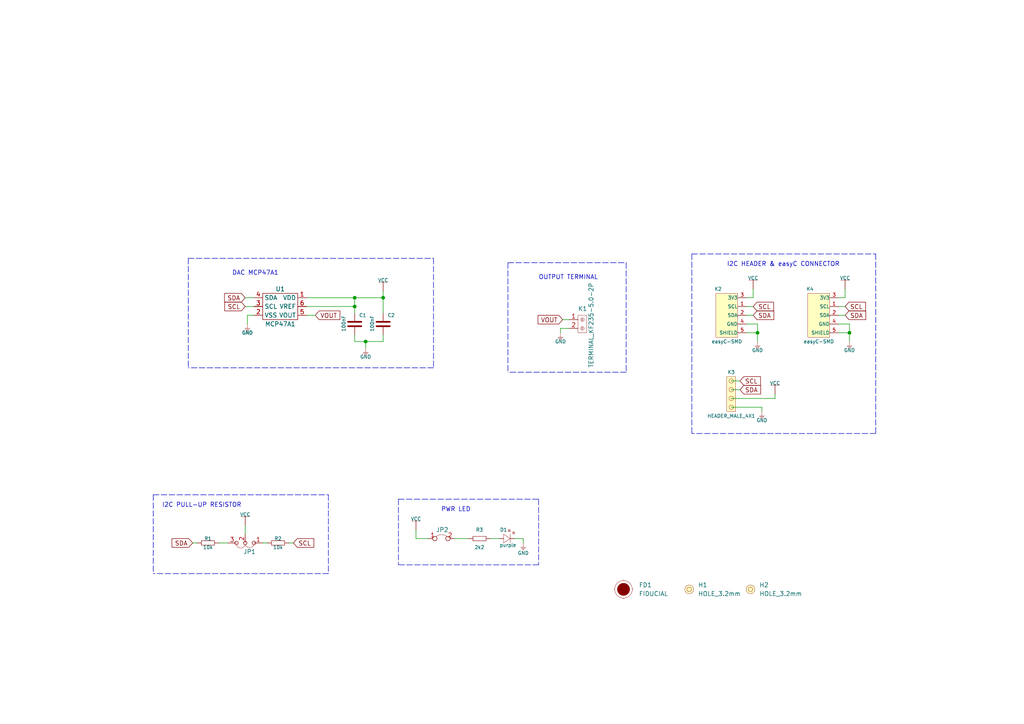
<source format=kicad_sch>
(kicad_sch (version 20211123) (generator eeschema)

  (uuid 239cf8d7-0adb-4b25-b889-ba6bcae918a2)

  (paper "A4")

  (title_block
    (title "DAC 6-bit 1-channel MCP47A1 breakout")
    (date "2022-09-09")
    (rev "V1.1.1.")
    (company "SOLDERED")
    (comment 1 "333052")
  )

  (lib_symbols
    (symbol "e-radionica.com schematics:0402LED" (pin_numbers hide) (pin_names (offset 0.254) hide) (in_bom yes) (on_board yes)
      (property "Reference" "D" (id 0) (at -0.635 2.54 0)
        (effects (font (size 1 1)))
      )
      (property "Value" "0402LED" (id 1) (at 0 -2.54 0)
        (effects (font (size 1 1)))
      )
      (property "Footprint" "e-radionica.com footprinti:0402LED" (id 2) (at 0 5.08 0)
        (effects (font (size 1 1)) hide)
      )
      (property "Datasheet" "" (id 3) (at 0 0 0)
        (effects (font (size 1 1)) hide)
      )
      (symbol "0402LED_0_1"
        (polyline
          (pts
            (xy -0.635 1.27)
            (xy 1.27 0)
          )
          (stroke (width 0.0006) (type default) (color 0 0 0 0))
          (fill (type none))
        )
        (polyline
          (pts
            (xy 0.635 1.905)
            (xy 1.27 2.54)
          )
          (stroke (width 0.0006) (type default) (color 0 0 0 0))
          (fill (type none))
        )
        (polyline
          (pts
            (xy 1.27 1.27)
            (xy 1.27 -1.27)
          )
          (stroke (width 0.0006) (type default) (color 0 0 0 0))
          (fill (type none))
        )
        (polyline
          (pts
            (xy 1.905 1.27)
            (xy 2.54 1.905)
          )
          (stroke (width 0.0006) (type default) (color 0 0 0 0))
          (fill (type none))
        )
        (polyline
          (pts
            (xy -0.635 1.27)
            (xy -0.635 -1.27)
            (xy 1.27 0)
          )
          (stroke (width 0.0006) (type default) (color 0 0 0 0))
          (fill (type none))
        )
        (polyline
          (pts
            (xy 1.27 2.54)
            (xy 0.635 2.54)
            (xy 1.27 1.905)
            (xy 1.27 2.54)
          )
          (stroke (width 0.0006) (type default) (color 0 0 0 0))
          (fill (type none))
        )
        (polyline
          (pts
            (xy 2.54 1.905)
            (xy 1.905 1.905)
            (xy 2.54 1.27)
            (xy 2.54 1.905)
          )
          (stroke (width 0.0006) (type default) (color 0 0 0 0))
          (fill (type none))
        )
      )
      (symbol "0402LED_1_1"
        (pin passive line (at -1.905 0 0) (length 1.27)
          (name "A" (effects (font (size 1.27 1.27))))
          (number "1" (effects (font (size 1.27 1.27))))
        )
        (pin passive line (at 2.54 0 180) (length 1.27)
          (name "K" (effects (font (size 1.27 1.27))))
          (number "2" (effects (font (size 1.27 1.27))))
        )
      )
    )
    (symbol "e-radionica.com schematics:0402R" (pin_numbers hide) (pin_names (offset 0.254)) (in_bom yes) (on_board yes)
      (property "Reference" "R" (id 0) (at -1.905 1.27 0)
        (effects (font (size 1 1)))
      )
      (property "Value" "0402R" (id 1) (at 0 -1.27 0)
        (effects (font (size 1 1)))
      )
      (property "Footprint" "e-radionica.com footprinti:0402R" (id 2) (at -2.54 1.905 0)
        (effects (font (size 1 1)) hide)
      )
      (property "Datasheet" "" (id 3) (at -2.54 1.905 0)
        (effects (font (size 1 1)) hide)
      )
      (symbol "0402R_0_1"
        (rectangle (start -1.905 -0.635) (end 1.905 -0.6604)
          (stroke (width 0.1) (type default) (color 0 0 0 0))
          (fill (type none))
        )
        (rectangle (start -1.905 0.635) (end -1.8796 -0.635)
          (stroke (width 0.1) (type default) (color 0 0 0 0))
          (fill (type none))
        )
        (rectangle (start -1.905 0.635) (end 1.905 0.6096)
          (stroke (width 0.1) (type default) (color 0 0 0 0))
          (fill (type none))
        )
        (rectangle (start 1.905 0.635) (end 1.9304 -0.635)
          (stroke (width 0.1) (type default) (color 0 0 0 0))
          (fill (type none))
        )
      )
      (symbol "0402R_1_1"
        (pin passive line (at -3.175 0 0) (length 1.27)
          (name "~" (effects (font (size 1.27 1.27))))
          (number "1" (effects (font (size 1.27 1.27))))
        )
        (pin passive line (at 3.175 0 180) (length 1.27)
          (name "~" (effects (font (size 1.27 1.27))))
          (number "2" (effects (font (size 1.27 1.27))))
        )
      )
    )
    (symbol "e-radionica.com schematics:0603C" (pin_numbers hide) (pin_names (offset 0.002)) (in_bom yes) (on_board yes)
      (property "Reference" "C" (id 0) (at -0.635 3.175 0)
        (effects (font (size 1 1)))
      )
      (property "Value" "0603C" (id 1) (at 0 -3.175 0)
        (effects (font (size 1 1)))
      )
      (property "Footprint" "e-radionica.com footprinti:0603C" (id 2) (at 0 0 0)
        (effects (font (size 1 1)) hide)
      )
      (property "Datasheet" "" (id 3) (at 0 0 0)
        (effects (font (size 1 1)) hide)
      )
      (symbol "0603C_0_1"
        (polyline
          (pts
            (xy -0.635 1.905)
            (xy -0.635 -1.905)
          )
          (stroke (width 0.5) (type default) (color 0 0 0 0))
          (fill (type none))
        )
        (polyline
          (pts
            (xy 0.635 1.905)
            (xy 0.635 -1.905)
          )
          (stroke (width 0.5) (type default) (color 0 0 0 0))
          (fill (type none))
        )
      )
      (symbol "0603C_1_1"
        (pin passive line (at -3.175 0 0) (length 2.54)
          (name "~" (effects (font (size 1.27 1.27))))
          (number "1" (effects (font (size 1.27 1.27))))
        )
        (pin passive line (at 3.175 0 180) (length 2.54)
          (name "~" (effects (font (size 1.27 1.27))))
          (number "2" (effects (font (size 1.27 1.27))))
        )
      )
    )
    (symbol "e-radionica.com schematics:0603R" (pin_numbers hide) (pin_names (offset 0.254)) (in_bom yes) (on_board yes)
      (property "Reference" "R" (id 0) (at -1.905 1.905 0)
        (effects (font (size 1 1)))
      )
      (property "Value" "0603R" (id 1) (at 0 -1.905 0)
        (effects (font (size 1 1)))
      )
      (property "Footprint" "e-radionica.com footprinti:0603R" (id 2) (at -0.635 1.905 0)
        (effects (font (size 1 1)) hide)
      )
      (property "Datasheet" "" (id 3) (at -0.635 1.905 0)
        (effects (font (size 1 1)) hide)
      )
      (symbol "0603R_0_1"
        (rectangle (start -1.905 -0.635) (end 1.905 -0.6604)
          (stroke (width 0.1) (type default) (color 0 0 0 0))
          (fill (type none))
        )
        (rectangle (start -1.905 0.635) (end -1.8796 -0.635)
          (stroke (width 0.1) (type default) (color 0 0 0 0))
          (fill (type none))
        )
        (rectangle (start -1.905 0.635) (end 1.905 0.6096)
          (stroke (width 0.1) (type default) (color 0 0 0 0))
          (fill (type none))
        )
        (rectangle (start 1.905 0.635) (end 1.9304 -0.635)
          (stroke (width 0.1) (type default) (color 0 0 0 0))
          (fill (type none))
        )
      )
      (symbol "0603R_1_1"
        (pin passive line (at -3.175 0 0) (length 1.27)
          (name "~" (effects (font (size 1.27 1.27))))
          (number "1" (effects (font (size 1.27 1.27))))
        )
        (pin passive line (at 3.175 0 180) (length 1.27)
          (name "~" (effects (font (size 1.27 1.27))))
          (number "2" (effects (font (size 1.27 1.27))))
        )
      )
    )
    (symbol "e-radionica.com schematics:FIDUCIAL" (in_bom no) (on_board yes)
      (property "Reference" "FD" (id 0) (at 0 3.81 0)
        (effects (font (size 1.27 1.27)))
      )
      (property "Value" "FIDUCIAL" (id 1) (at 0 -3.81 0)
        (effects (font (size 1.27 1.27)))
      )
      (property "Footprint" "e-radionica.com footprinti:FIDUCIAL_23" (id 2) (at 0.254 -5.334 0)
        (effects (font (size 1.27 1.27)) hide)
      )
      (property "Datasheet" "" (id 3) (at 0 0 0)
        (effects (font (size 1.27 1.27)) hide)
      )
      (symbol "FIDUCIAL_0_1"
        (polyline
          (pts
            (xy -2.54 0)
            (xy -2.794 0)
          )
          (stroke (width 0.0006) (type default) (color 0 0 0 0))
          (fill (type none))
        )
        (polyline
          (pts
            (xy 0 -2.54)
            (xy 0 -2.794)
          )
          (stroke (width 0.0006) (type default) (color 0 0 0 0))
          (fill (type none))
        )
        (polyline
          (pts
            (xy 0 2.54)
            (xy 0 2.794)
          )
          (stroke (width 0.0006) (type default) (color 0 0 0 0))
          (fill (type none))
        )
        (polyline
          (pts
            (xy 2.54 0)
            (xy 2.794 0)
          )
          (stroke (width 0.0006) (type default) (color 0 0 0 0))
          (fill (type none))
        )
        (circle (center 0 0) (radius 1.7961)
          (stroke (width 0.001) (type default) (color 0 0 0 0))
          (fill (type outline))
        )
        (circle (center 0 0) (radius 2.54)
          (stroke (width 0.0006) (type default) (color 0 0 0 0))
          (fill (type none))
        )
      )
    )
    (symbol "e-radionica.com schematics:GND" (power) (pin_names (offset 0)) (in_bom yes) (on_board yes)
      (property "Reference" "#PWR" (id 0) (at 4.445 0 0)
        (effects (font (size 1 1)) hide)
      )
      (property "Value" "GND" (id 1) (at 0 -2.921 0)
        (effects (font (size 1 1)))
      )
      (property "Footprint" "" (id 2) (at 4.445 3.81 0)
        (effects (font (size 1 1)) hide)
      )
      (property "Datasheet" "" (id 3) (at 4.445 3.81 0)
        (effects (font (size 1 1)) hide)
      )
      (property "ki_keywords" "power-flag" (id 4) (at 0 0 0)
        (effects (font (size 1.27 1.27)) hide)
      )
      (property "ki_description" "Power symbol creates a global label with name \"+3V3\"" (id 5) (at 0 0 0)
        (effects (font (size 1.27 1.27)) hide)
      )
      (symbol "GND_0_1"
        (polyline
          (pts
            (xy -0.762 -1.27)
            (xy 0.762 -1.27)
          )
          (stroke (width 0.0006) (type default) (color 0 0 0 0))
          (fill (type none))
        )
        (polyline
          (pts
            (xy -0.635 -1.524)
            (xy 0.635 -1.524)
          )
          (stroke (width 0.0006) (type default) (color 0 0 0 0))
          (fill (type none))
        )
        (polyline
          (pts
            (xy -0.381 -1.778)
            (xy 0.381 -1.778)
          )
          (stroke (width 0.0006) (type default) (color 0 0 0 0))
          (fill (type none))
        )
        (polyline
          (pts
            (xy -0.127 -2.032)
            (xy 0.127 -2.032)
          )
          (stroke (width 0.0006) (type default) (color 0 0 0 0))
          (fill (type none))
        )
        (polyline
          (pts
            (xy 0 0)
            (xy 0 -1.27)
          )
          (stroke (width 0.0006) (type default) (color 0 0 0 0))
          (fill (type none))
        )
      )
      (symbol "GND_1_1"
        (pin power_in line (at 0 0 270) (length 0) hide
          (name "GND" (effects (font (size 1.27 1.27))))
          (number "1" (effects (font (size 1.27 1.27))))
        )
      )
    )
    (symbol "e-radionica.com schematics:GND_3" (power) (pin_names (offset 0)) (in_bom yes) (on_board yes)
      (property "Reference" "#PWR" (id 0) (at 4.445 0 0)
        (effects (font (size 1 1)) hide)
      )
      (property "Value" "GND" (id 1) (at 0 -2.921 0)
        (effects (font (size 1 1)))
      )
      (property "Footprint" "" (id 2) (at 4.445 3.81 0)
        (effects (font (size 1 1)) hide)
      )
      (property "Datasheet" "" (id 3) (at 4.445 3.81 0)
        (effects (font (size 1 1)) hide)
      )
      (property "ki_keywords" "power-flag" (id 4) (at 0 0 0)
        (effects (font (size 1.27 1.27)) hide)
      )
      (property "ki_description" "Power symbol creates a global label with name \"+3V3\"" (id 5) (at 0 0 0)
        (effects (font (size 1.27 1.27)) hide)
      )
      (symbol "GND_3_0_1"
        (polyline
          (pts
            (xy -0.762 -1.27)
            (xy 0.762 -1.27)
          )
          (stroke (width 0.0006) (type default) (color 0 0 0 0))
          (fill (type none))
        )
        (polyline
          (pts
            (xy -0.635 -1.524)
            (xy 0.635 -1.524)
          )
          (stroke (width 0.0006) (type default) (color 0 0 0 0))
          (fill (type none))
        )
        (polyline
          (pts
            (xy -0.381 -1.778)
            (xy 0.381 -1.778)
          )
          (stroke (width 0.0006) (type default) (color 0 0 0 0))
          (fill (type none))
        )
        (polyline
          (pts
            (xy -0.127 -2.032)
            (xy 0.127 -2.032)
          )
          (stroke (width 0.0006) (type default) (color 0 0 0 0))
          (fill (type none))
        )
        (polyline
          (pts
            (xy 0 0)
            (xy 0 -1.27)
          )
          (stroke (width 0.0006) (type default) (color 0 0 0 0))
          (fill (type none))
        )
      )
      (symbol "GND_3_1_1"
        (pin power_in line (at 0 0 270) (length 0) hide
          (name "GND" (effects (font (size 1.27 1.27))))
          (number "1" (effects (font (size 1.27 1.27))))
        )
      )
    )
    (symbol "e-radionica.com schematics:HEADER_MALE_4X1" (pin_numbers hide) (pin_names hide) (in_bom yes) (on_board yes)
      (property "Reference" "K" (id 0) (at -0.635 7.62 0)
        (effects (font (size 1 1)))
      )
      (property "Value" "HEADER_MALE_4X1" (id 1) (at 0 -5.08 0)
        (effects (font (size 1 1)))
      )
      (property "Footprint" "e-radionica.com footprinti:HEADER_MALE_4X1" (id 2) (at 0 -2.54 0)
        (effects (font (size 1 1)) hide)
      )
      (property "Datasheet" "" (id 3) (at 0 -2.54 0)
        (effects (font (size 1 1)) hide)
      )
      (symbol "HEADER_MALE_4X1_0_1"
        (circle (center 0 -2.54) (radius 0.635)
          (stroke (width 0.0006) (type default) (color 0 0 0 0))
          (fill (type none))
        )
        (circle (center 0 0) (radius 0.635)
          (stroke (width 0.0006) (type default) (color 0 0 0 0))
          (fill (type none))
        )
        (circle (center 0 2.54) (radius 0.635)
          (stroke (width 0.0006) (type default) (color 0 0 0 0))
          (fill (type none))
        )
        (circle (center 0 5.08) (radius 0.635)
          (stroke (width 0.0006) (type default) (color 0 0 0 0))
          (fill (type none))
        )
        (rectangle (start 1.27 -3.81) (end -1.27 6.35)
          (stroke (width 0.001) (type default) (color 0 0 0 0))
          (fill (type background))
        )
      )
      (symbol "HEADER_MALE_4X1_1_1"
        (pin passive line (at 0 -2.54 180) (length 0)
          (name "~" (effects (font (size 1 1))))
          (number "1" (effects (font (size 1 1))))
        )
        (pin passive line (at 0 0 180) (length 0)
          (name "~" (effects (font (size 1 1))))
          (number "2" (effects (font (size 1 1))))
        )
        (pin passive line (at 0 2.54 180) (length 0)
          (name "~" (effects (font (size 1 1))))
          (number "3" (effects (font (size 1 1))))
        )
        (pin passive line (at 0 5.08 180) (length 0)
          (name "~" (effects (font (size 1 1))))
          (number "4" (effects (font (size 1 1))))
        )
      )
    )
    (symbol "e-radionica.com schematics:HOLE_3.2mm" (pin_numbers hide) (pin_names hide) (in_bom yes) (on_board yes)
      (property "Reference" "H" (id 0) (at 0 2.54 0)
        (effects (font (size 1.27 1.27)))
      )
      (property "Value" "HOLE_3.2mm" (id 1) (at 0 -2.54 0)
        (effects (font (size 1.27 1.27)))
      )
      (property "Footprint" "e-radionica.com footprinti:HOLE_3.2mm" (id 2) (at 0 0 0)
        (effects (font (size 1.27 1.27)) hide)
      )
      (property "Datasheet" "" (id 3) (at 0 0 0)
        (effects (font (size 1.27 1.27)) hide)
      )
      (symbol "HOLE_3.2mm_0_1"
        (circle (center 0 0) (radius 0.635)
          (stroke (width 0.0006) (type default) (color 0 0 0 0))
          (fill (type none))
        )
        (circle (center 0 0) (radius 1.27)
          (stroke (width 0.001) (type default) (color 0 0 0 0))
          (fill (type background))
        )
      )
    )
    (symbol "e-radionica.com schematics:MCP47A1" (in_bom yes) (on_board yes)
      (property "Reference" "U" (id 0) (at 0 5.08 0)
        (effects (font (size 1.27 1.27)))
      )
      (property "Value" "MCP47A1" (id 1) (at 0 -5.08 0)
        (effects (font (size 1.27 1.27)))
      )
      (property "Footprint" "e-radionica.com footprinti:MCP47A1-SOT23-6" (id 2) (at 1.27 -8.89 0)
        (effects (font (size 1.27 1.27)) hide)
      )
      (property "Datasheet" "" (id 3) (at 0 0 0)
        (effects (font (size 1.27 1.27)) hide)
      )
      (property "ki_keywords" "DAC" (id 4) (at 0 0 0)
        (effects (font (size 1.27 1.27)) hide)
      )
      (property "ki_description" "DAC 6bit" (id 5) (at 0 0 0)
        (effects (font (size 1.27 1.27)) hide)
      )
      (symbol "MCP47A1_0_1"
        (rectangle (start -5.08 3.81) (end 5.08 -3.81)
          (stroke (width 0.1524) (type default) (color 0 0 0 0))
          (fill (type none))
        )
      )
      (symbol "MCP47A1_1_1"
        (pin power_in line (at 7.62 2.54 180) (length 2.54)
          (name "VDD" (effects (font (size 1.27 1.27))))
          (number "1" (effects (font (size 1.27 1.27))))
        )
        (pin power_in line (at -7.62 -2.54 0) (length 2.54)
          (name "VSS" (effects (font (size 1.27 1.27))))
          (number "2" (effects (font (size 1.27 1.27))))
        )
        (pin bidirectional line (at -7.62 0 0) (length 2.54)
          (name "SCL" (effects (font (size 1.27 1.27))))
          (number "3" (effects (font (size 1.27 1.27))))
        )
        (pin bidirectional line (at -7.62 2.54 0) (length 2.54)
          (name "SDA" (effects (font (size 1.27 1.27))))
          (number "4" (effects (font (size 1.27 1.27))))
        )
        (pin bidirectional line (at 7.62 -2.54 180) (length 2.54)
          (name "VOUT" (effects (font (size 1.27 1.27))))
          (number "5" (effects (font (size 1.27 1.27))))
        )
        (pin bidirectional line (at 7.62 0 180) (length 2.54)
          (name "VREF" (effects (font (size 1.27 1.27))))
          (number "6" (effects (font (size 1.27 1.27))))
        )
      )
    )
    (symbol "e-radionica.com schematics:SMD-JUMPER-CONNECTED_TRACE_SLODERMASK" (in_bom yes) (on_board yes)
      (property "Reference" "JP" (id 0) (at 0 3.556 0)
        (effects (font (size 1.27 1.27)))
      )
      (property "Value" "SMD-JUMPER-CONNECTED_TRACE_SLODERMASK" (id 1) (at 0 -2.54 0)
        (effects (font (size 1.27 1.27)))
      )
      (property "Footprint" "e-radionica.com footprinti:SMD-JUMPER-CONNECTED_TRACE_SLODERMASK" (id 2) (at 0 -5.715 0)
        (effects (font (size 1.27 1.27)) hide)
      )
      (property "Datasheet" "" (id 3) (at 0 0 0)
        (effects (font (size 1.27 1.27)) hide)
      )
      (symbol "SMD-JUMPER-CONNECTED_TRACE_SLODERMASK_0_1"
        (arc (start 1.397 0.5842) (mid -0.2077 1.1365) (end -1.8034 0.5588)
          (stroke (width 0.0006) (type default) (color 0 0 0 0))
          (fill (type none))
        )
      )
      (symbol "SMD-JUMPER-CONNECTED_TRACE_SLODERMASK_1_1"
        (pin passive inverted (at -4.064 0 0) (length 2.54)
          (name "" (effects (font (size 1.27 1.27))))
          (number "1" (effects (font (size 1.27 1.27))))
        )
        (pin passive inverted (at 3.556 0 180) (length 2.54)
          (name "" (effects (font (size 1.27 1.27))))
          (number "2" (effects (font (size 1.27 1.27))))
        )
      )
    )
    (symbol "e-radionica.com schematics:SMD_JUMPER_3_PAD_TRACE" (in_bom yes) (on_board yes)
      (property "Reference" "JP" (id 0) (at 0.0254 5.461 0)
        (effects (font (size 1.27 1.27)))
      )
      (property "Value" "SMD_JUMPER_3_PAD_TRACE" (id 1) (at 0.3048 -4.572 0)
        (effects (font (size 1.27 1.27)))
      )
      (property "Footprint" "e-radionica.com footprinti:SMD_JUMPER_3_PAD_TRACE" (id 2) (at 0 -1.27 0)
        (effects (font (size 1.27 1.27)) hide)
      )
      (property "Datasheet" "" (id 3) (at 0 0 0)
        (effects (font (size 1.27 1.27)) hide)
      )
      (symbol "SMD_JUMPER_3_PAD_TRACE_0_1"
        (circle (center -2.54 0) (radius 0.508)
          (stroke (width 0.1524) (type default) (color 0 0 0 0))
          (fill (type none))
        )
        (circle (center 0 0) (radius 0.508)
          (stroke (width 0.1524) (type default) (color 0 0 0 0))
          (fill (type none))
        )
        (arc (start 0 0.508) (mid -1.27 1.3552) (end -2.54 0.508)
          (stroke (width 0.0006) (type default) (color 0 0 0 0))
          (fill (type none))
        )
        (circle (center 2.54 0) (radius 0.508)
          (stroke (width 0.1524) (type default) (color 0 0 0 0))
          (fill (type none))
        )
        (arc (start 2.54 0.508) (mid 1.27 1.4777) (end 0 0.508)
          (stroke (width 0.0006) (type default) (color 0 0 0 0))
          (fill (type none))
        )
      )
      (symbol "SMD_JUMPER_3_PAD_TRACE_1_1"
        (pin input line (at -5.08 0 0) (length 2.54)
          (name "" (effects (font (size 1.27 1.27))))
          (number "1" (effects (font (size 1.27 1.27))))
        )
        (pin input line (at 0 -2.54 90) (length 2.54)
          (name "" (effects (font (size 1.27 1.27))))
          (number "2" (effects (font (size 1.27 1.27))))
        )
        (pin input line (at 5.08 0 180) (length 2.54)
          (name "" (effects (font (size 1.27 1.27))))
          (number "3" (effects (font (size 1.27 1.27))))
        )
      )
    )
    (symbol "e-radionica.com schematics:TERMINAL_KF235-5.0-2P" (in_bom yes) (on_board yes)
      (property "Reference" "K" (id 0) (at 0 3.81 0)
        (effects (font (size 1.27 1.27)))
      )
      (property "Value" "TERMINAL_KF235-5.0-2P" (id 1) (at 0 -3.81 0)
        (effects (font (size 1.27 1.27)))
      )
      (property "Footprint" "e-radionica.com footprinti:TERMINAL_KF235-5.0-2P" (id 2) (at 0 0 0)
        (effects (font (size 1.27 1.27)) hide)
      )
      (property "Datasheet" "" (id 3) (at 0 0 0)
        (effects (font (size 1.27 1.27)) hide)
      )
      (symbol "TERMINAL_KF235-5.0-2P_0_1"
        (rectangle (start -1.27 2.54) (end 1.27 -2.54)
          (stroke (width 0.0006) (type default) (color 0 0 0 0))
          (fill (type none))
        )
        (circle (center 0 -1.27) (radius 0.508)
          (stroke (width 0.0006) (type default) (color 0 0 0 0))
          (fill (type none))
        )
        (polyline
          (pts
            (xy -0.254 -1.27)
            (xy 0.254 -1.27)
          )
          (stroke (width 0.0006) (type default) (color 0 0 0 0))
          (fill (type none))
        )
        (polyline
          (pts
            (xy -0.254 1.27)
            (xy 0.254 1.27)
          )
          (stroke (width 0.0006) (type default) (color 0 0 0 0))
          (fill (type none))
        )
        (polyline
          (pts
            (xy 0 -0.762)
            (xy 0 -1.778)
          )
          (stroke (width 0.0006) (type default) (color 0 0 0 0))
          (fill (type none))
        )
        (polyline
          (pts
            (xy 0 1.778)
            (xy 0 0.762)
          )
          (stroke (width 0.0006) (type default) (color 0 0 0 0))
          (fill (type none))
        )
        (circle (center 0 1.27) (radius 0.508)
          (stroke (width 0.0006) (type default) (color 0 0 0 0))
          (fill (type none))
        )
      )
      (symbol "TERMINAL_KF235-5.0-2P_1_1"
        (pin input line (at -3.81 1.27 0) (length 2.54)
          (name "~" (effects (font (size 1.27 1.27))))
          (number "1" (effects (font (size 1.27 1.27))))
        )
        (pin input line (at -3.81 -1.27 0) (length 2.54)
          (name "~" (effects (font (size 1.27 1.27))))
          (number "2" (effects (font (size 1.27 1.27))))
        )
      )
    )
    (symbol "e-radionica.com schematics:VCC" (power) (pin_names (offset 0)) (in_bom yes) (on_board yes)
      (property "Reference" "#PWR" (id 0) (at 4.445 0 0)
        (effects (font (size 1 1)) hide)
      )
      (property "Value" "VCC" (id 1) (at 0 3.556 0)
        (effects (font (size 1 1)))
      )
      (property "Footprint" "" (id 2) (at 4.445 3.81 0)
        (effects (font (size 1 1)) hide)
      )
      (property "Datasheet" "" (id 3) (at 4.445 3.81 0)
        (effects (font (size 1 1)) hide)
      )
      (property "ki_keywords" "power-flag" (id 4) (at 0 0 0)
        (effects (font (size 1.27 1.27)) hide)
      )
      (property "ki_description" "Power symbol creates a global label with name \"VCC\"" (id 5) (at 0 0 0)
        (effects (font (size 1.27 1.27)) hide)
      )
      (symbol "VCC_0_1"
        (polyline
          (pts
            (xy -1.27 2.54)
            (xy 1.27 2.54)
          )
          (stroke (width 0.0006) (type default) (color 0 0 0 0))
          (fill (type none))
        )
        (polyline
          (pts
            (xy 0 0)
            (xy 0 2.54)
          )
          (stroke (width 0) (type default) (color 0 0 0 0))
          (fill (type none))
        )
      )
      (symbol "VCC_1_1"
        (pin power_in line (at 0 0 90) (length 0) hide
          (name "VCC" (effects (font (size 1.27 1.27))))
          (number "1" (effects (font (size 1.27 1.27))))
        )
      )
    )
    (symbol "e-radionica.com schematics:easyC-SMD" (pin_names (offset 0.002)) (in_bom yes) (on_board yes)
      (property "Reference" "K" (id 0) (at -2.54 10.16 0)
        (effects (font (size 1 1)))
      )
      (property "Value" "easyC-SMD" (id 1) (at 0 -5.08 0)
        (effects (font (size 1 1)))
      )
      (property "Footprint" "e-radionica.com footprinti:easyC-connector" (id 2) (at 3.175 2.54 0)
        (effects (font (size 1 1)) hide)
      )
      (property "Datasheet" "" (id 3) (at 3.175 2.54 0)
        (effects (font (size 1 1)) hide)
      )
      (symbol "easyC-SMD_0_1"
        (rectangle (start -3.175 8.89) (end 3.175 -3.81)
          (stroke (width 0.001) (type default) (color 0 0 0 0))
          (fill (type background))
        )
      )
      (symbol "easyC-SMD_1_1"
        (pin passive line (at 5.715 5.08 180) (length 2.54)
          (name "SCL" (effects (font (size 1 1))))
          (number "1" (effects (font (size 1 1))))
        )
        (pin passive line (at 5.715 2.54 180) (length 2.54)
          (name "SDA" (effects (font (size 1 1))))
          (number "2" (effects (font (size 1 1))))
        )
        (pin passive line (at 5.715 7.62 180) (length 2.54)
          (name "3V3" (effects (font (size 1 1))))
          (number "3" (effects (font (size 1 1))))
        )
        (pin passive line (at 5.715 0 180) (length 2.54)
          (name "GND" (effects (font (size 1 1))))
          (number "4" (effects (font (size 1 1))))
        )
        (pin passive line (at 5.715 -2.54 180) (length 2.54)
          (name "SHIELD" (effects (font (size 1 1))))
          (number "5" (effects (font (size 1 1))))
        )
      )
    )
  )

  (junction (at 246.38 96.52) (diameter 0.9144) (color 0 0 0 0)
    (uuid 182b2d54-931d-49d6-9f39-60a752623e36)
  )
  (junction (at 102.87 86.36) (diameter 0.9144) (color 0 0 0 0)
    (uuid 789ca812-3e0c-4a3f-97bc-a916dd9bce80)
  )
  (junction (at 111.125 86.36) (diameter 0.9144) (color 0 0 0 0)
    (uuid a17904b9-135e-4dae-ae20-401c7787de72)
  )
  (junction (at 106.045 99.06) (diameter 0.9144) (color 0 0 0 0)
    (uuid cdfb07af-801b-44ba-8c30-d021a6ad3039)
  )
  (junction (at 102.87 88.9) (diameter 0.9144) (color 0 0 0 0)
    (uuid e6b860cc-cb76-4220-acfb-68f1eb348bfa)
  )
  (junction (at 219.71 96.52) (diameter 0.9144) (color 0 0 0 0)
    (uuid f202141e-c20d-4cac-b016-06a44f2ecce8)
  )

  (wire (pts (xy 151.765 156.21) (xy 151.765 157.48))
    (stroke (width 0) (type solid) (color 0 0 0 0))
    (uuid 03e456ac-af1c-43ac-bf1a-b7d7804d0555)
  )
  (wire (pts (xy 216.535 91.44) (xy 218.44 91.44))
    (stroke (width 0) (type solid) (color 0 0 0 0))
    (uuid 049097c6-417a-4b42-84e6-3bdb148948e0)
  )
  (wire (pts (xy 131.826 156.21) (xy 135.89 156.21))
    (stroke (width 0) (type solid) (color 0 0 0 0))
    (uuid 05767d8c-f0d7-4f34-8d6c-052d0e182c84)
  )
  (wire (pts (xy 88.9 86.36) (xy 102.87 86.36))
    (stroke (width 0) (type solid) (color 0 0 0 0))
    (uuid 0f29a35d-6b5c-4c49-8597-18c9509c5d97)
  )
  (wire (pts (xy 102.87 86.36) (xy 111.125 86.36))
    (stroke (width 0) (type solid) (color 0 0 0 0))
    (uuid 0f29a35d-6b5c-4c49-8597-18c9509c5d98)
  )
  (wire (pts (xy 111.125 86.36) (xy 111.125 90.805))
    (stroke (width 0) (type solid) (color 0 0 0 0))
    (uuid 0f29a35d-6b5c-4c49-8597-18c9509c5d99)
  )
  (wire (pts (xy 216.535 96.52) (xy 219.71 96.52))
    (stroke (width 0) (type solid) (color 0 0 0 0))
    (uuid 1be3115d-0ac9-46d8-80e3-6fd7520b6451)
  )
  (wire (pts (xy 243.205 88.9) (xy 245.11 88.9))
    (stroke (width 0) (type solid) (color 0 0 0 0))
    (uuid 1f2cf810-0f1e-418d-89e0-391e9b3e862e)
  )
  (wire (pts (xy 219.71 96.52) (xy 219.71 99.06))
    (stroke (width 0) (type solid) (color 0 0 0 0))
    (uuid 20163798-7160-4eb0-b359-5accacfb9edf)
  )
  (wire (pts (xy 243.205 86.36) (xy 245.11 86.36))
    (stroke (width 0) (type solid) (color 0 0 0 0))
    (uuid 223ac99b-c65f-4c16-bb7b-2e928a830ef4)
  )
  (polyline (pts (xy 115.57 144.78) (xy 115.57 163.83))
    (stroke (width 0) (type dash) (color 0 0 0 0))
    (uuid 2ba38f44-2353-4e4e-abe9-df9625a95610)
  )

  (wire (pts (xy 162.56 95.25) (xy 162.56 96.52))
    (stroke (width 0) (type solid) (color 0 0 0 0))
    (uuid 3cb5e8c8-e75c-484c-8e5c-06a8884dfc54)
  )
  (wire (pts (xy 165.1 95.25) (xy 162.56 95.25))
    (stroke (width 0) (type solid) (color 0 0 0 0))
    (uuid 3cb5e8c8-e75c-484c-8e5c-06a8884dfc55)
  )
  (polyline (pts (xy 54.61 74.93) (xy 54.61 106.68))
    (stroke (width 0) (type dash) (color 0 0 0 0))
    (uuid 3e71b369-b0c6-4744-889a-3a070e69c9fd)
  )
  (polyline (pts (xy 54.61 74.93) (xy 125.73 74.93))
    (stroke (width 0) (type dash) (color 0 0 0 0))
    (uuid 3e71b369-b0c6-4744-889a-3a070e69c9fe)
  )
  (polyline (pts (xy 125.73 74.93) (xy 125.73 106.68))
    (stroke (width 0) (type dash) (color 0 0 0 0))
    (uuid 3e71b369-b0c6-4744-889a-3a070e69c9ff)
  )
  (polyline (pts (xy 125.73 106.68) (xy 54.61 106.68))
    (stroke (width 0) (type dash) (color 0 0 0 0))
    (uuid 3e71b369-b0c6-4744-889a-3a070e69ca00)
  )

  (wire (pts (xy 246.38 96.52) (xy 246.38 99.06))
    (stroke (width 0) (type solid) (color 0 0 0 0))
    (uuid 3f98b7cd-ab86-415e-a8dd-df5215a011e1)
  )
  (wire (pts (xy 83.82 157.48) (xy 85.09 157.48))
    (stroke (width 0) (type solid) (color 0 0 0 0))
    (uuid 40918dea-06ea-4eb6-8283-937619eaf8b1)
  )
  (polyline (pts (xy 44.45 143.51) (xy 44.45 166.37))
    (stroke (width 0) (type dash) (color 0 0 0 0))
    (uuid 468163d1-8f14-492d-af06-8092af8a5812)
  )
  (polyline (pts (xy 44.45 143.51) (xy 95.25 143.51))
    (stroke (width 0) (type dash) (color 0 0 0 0))
    (uuid 468163d1-8f14-492d-af06-8092af8a5813)
  )
  (polyline (pts (xy 95.25 143.51) (xy 95.25 166.37))
    (stroke (width 0) (type dash) (color 0 0 0 0))
    (uuid 468163d1-8f14-492d-af06-8092af8a5814)
  )
  (polyline (pts (xy 95.25 166.37) (xy 44.45 166.37))
    (stroke (width 0) (type dash) (color 0 0 0 0))
    (uuid 468163d1-8f14-492d-af06-8092af8a5815)
  )
  (polyline (pts (xy 156.21 144.78) (xy 156.21 163.83))
    (stroke (width 0) (type dash) (color 0 0 0 0))
    (uuid 484d5132-c46f-4dd6-bf73-15b79cedbd05)
  )

  (wire (pts (xy 124.206 156.21) (xy 120.65 156.21))
    (stroke (width 0) (type solid) (color 0 0 0 0))
    (uuid 5ce4141d-781f-4989-84ff-1348974f0a2f)
  )
  (wire (pts (xy 243.205 96.52) (xy 246.38 96.52))
    (stroke (width 0) (type solid) (color 0 0 0 0))
    (uuid 5cf76cfa-7f16-462e-9b86-6be41516a4ef)
  )
  (wire (pts (xy 245.11 86.36) (xy 245.11 83.82))
    (stroke (width 0) (type solid) (color 0 0 0 0))
    (uuid 66329c10-4cfa-48a9-b108-fde456212259)
  )
  (wire (pts (xy 88.9 91.44) (xy 91.44 91.44))
    (stroke (width 0) (type solid) (color 0 0 0 0))
    (uuid 75480a87-92d6-4221-8d71-de39ae79b6fe)
  )
  (wire (pts (xy 224.79 115.57) (xy 224.79 114.3))
    (stroke (width 0) (type solid) (color 0 0 0 0))
    (uuid 771f1502-b620-4cc8-83dd-1e913528b100)
  )
  (wire (pts (xy 71.12 86.36) (xy 73.66 86.36))
    (stroke (width 0) (type solid) (color 0 0 0 0))
    (uuid 8124a806-8658-47bd-8013-ac03672f274c)
  )
  (wire (pts (xy 120.65 156.21) (xy 120.65 153.67))
    (stroke (width 0) (type solid) (color 0 0 0 0))
    (uuid 8208348d-a350-4b2d-8608-568f5d7b07f7)
  )
  (wire (pts (xy 88.9 88.9) (xy 102.87 88.9))
    (stroke (width 0) (type solid) (color 0 0 0 0))
    (uuid 8540cfc4-dcfe-4312-8e78-7da7bc8f2966)
  )
  (wire (pts (xy 218.44 86.36) (xy 218.44 83.82))
    (stroke (width 0) (type solid) (color 0 0 0 0))
    (uuid 878fc33a-bb8a-4a2b-b074-c17a5d12644d)
  )
  (wire (pts (xy 55.88 157.48) (xy 57.15 157.48))
    (stroke (width 0) (type solid) (color 0 0 0 0))
    (uuid 96c4ed21-7783-4034-ba4e-c55277ec0f66)
  )
  (wire (pts (xy 220.98 118.11) (xy 220.98 119.38))
    (stroke (width 0) (type solid) (color 0 0 0 0))
    (uuid 992b34ab-ae21-4cf9-8286-9ee6766d6cbb)
  )
  (wire (pts (xy 76.2 157.48) (xy 77.47 157.48))
    (stroke (width 0) (type solid) (color 0 0 0 0))
    (uuid 9b6e6cbc-6b6b-4922-ad66-e721755f7490)
  )
  (wire (pts (xy 102.87 86.36) (xy 102.87 88.9))
    (stroke (width 0) (type solid) (color 0 0 0 0))
    (uuid a3949d0a-26e6-4ee3-8e3f-cdaf54e8f665)
  )
  (wire (pts (xy 102.87 88.9) (xy 102.87 90.805))
    (stroke (width 0) (type solid) (color 0 0 0 0))
    (uuid a3949d0a-26e6-4ee3-8e3f-cdaf54e8f666)
  )
  (wire (pts (xy 163.195 92.71) (xy 165.1 92.71))
    (stroke (width 0) (type solid) (color 0 0 0 0))
    (uuid aa21e719-4705-4661-9ca6-4e62e53676cf)
  )
  (polyline (pts (xy 147.32 76.2) (xy 147.32 107.95))
    (stroke (width 0) (type dash) (color 0 0 0 0))
    (uuid b3e0484e-3113-479e-a322-e76e501252fe)
  )
  (polyline (pts (xy 147.32 76.2) (xy 181.61 76.2))
    (stroke (width 0) (type dash) (color 0 0 0 0))
    (uuid b3e0484e-3113-479e-a322-e76e501252ff)
  )
  (polyline (pts (xy 181.61 76.2) (xy 181.61 107.95))
    (stroke (width 0) (type dash) (color 0 0 0 0))
    (uuid b3e0484e-3113-479e-a322-e76e50125300)
  )
  (polyline (pts (xy 181.61 107.95) (xy 147.32 107.95))
    (stroke (width 0) (type dash) (color 0 0 0 0))
    (uuid b3e0484e-3113-479e-a322-e76e50125301)
  )

  (wire (pts (xy 219.71 93.98) (xy 219.71 96.52))
    (stroke (width 0) (type solid) (color 0 0 0 0))
    (uuid b58e21ed-4fd8-4088-8cb1-3f80935c9b76)
  )
  (wire (pts (xy 63.5 157.48) (xy 66.04 157.48))
    (stroke (width 0) (type solid) (color 0 0 0 0))
    (uuid b6b5da5e-dbb6-4dc8-8285-753359bff8b8)
  )
  (wire (pts (xy 212.09 115.57) (xy 224.79 115.57))
    (stroke (width 0) (type solid) (color 0 0 0 0))
    (uuid b71dc44c-79da-4025-a0f4-761f701bcdf7)
  )
  (wire (pts (xy 102.87 97.155) (xy 102.87 99.06))
    (stroke (width 0) (type solid) (color 0 0 0 0))
    (uuid b89163e6-1636-40fc-998d-fa895d6b1a8b)
  )
  (wire (pts (xy 102.87 99.06) (xy 106.045 99.06))
    (stroke (width 0) (type solid) (color 0 0 0 0))
    (uuid b89163e6-1636-40fc-998d-fa895d6b1a8c)
  )
  (wire (pts (xy 106.045 99.06) (xy 106.045 100.965))
    (stroke (width 0) (type solid) (color 0 0 0 0))
    (uuid b89163e6-1636-40fc-998d-fa895d6b1a8d)
  )
  (wire (pts (xy 111.125 84.455) (xy 111.125 86.36))
    (stroke (width 0) (type solid) (color 0 0 0 0))
    (uuid c077d60b-30f6-4b30-984b-df53d5d03dcf)
  )
  (polyline (pts (xy 200.66 73.66) (xy 200.66 125.73))
    (stroke (width 0) (type dash) (color 0 0 0 0))
    (uuid c48e16f5-1e1a-4396-8d90-39413a6c9e45)
  )
  (polyline (pts (xy 200.66 73.66) (xy 254 73.66))
    (stroke (width 0) (type dash) (color 0 0 0 0))
    (uuid c48e16f5-1e1a-4396-8d90-39413a6c9e46)
  )
  (polyline (pts (xy 254 73.66) (xy 254 125.73))
    (stroke (width 0) (type dash) (color 0 0 0 0))
    (uuid c48e16f5-1e1a-4396-8d90-39413a6c9e47)
  )
  (polyline (pts (xy 254 125.73) (xy 200.66 125.73))
    (stroke (width 0) (type dash) (color 0 0 0 0))
    (uuid c48e16f5-1e1a-4396-8d90-39413a6c9e48)
  )

  (wire (pts (xy 212.09 113.03) (xy 214.63 113.03))
    (stroke (width 0) (type solid) (color 0 0 0 0))
    (uuid c51676df-b904-4b8c-9e13-57865ccf1b5c)
  )
  (wire (pts (xy 71.12 152.4) (xy 71.12 154.94))
    (stroke (width 0) (type solid) (color 0 0 0 0))
    (uuid c7239033-9b4a-4263-b820-70f7fd141799)
  )
  (wire (pts (xy 216.535 86.36) (xy 218.44 86.36))
    (stroke (width 0) (type solid) (color 0 0 0 0))
    (uuid cd83813b-d096-4e09-85c0-f9240b9f8d83)
  )
  (wire (pts (xy 151.765 156.21) (xy 149.225 156.21))
    (stroke (width 0) (type solid) (color 0 0 0 0))
    (uuid d01d1ff3-abb0-4394-9644-44097717ee9e)
  )
  (polyline (pts (xy 156.21 163.83) (xy 115.57 163.83))
    (stroke (width 0) (type dash) (color 0 0 0 0))
    (uuid d45bf439-1f83-4f6f-a1ec-0446e6b33d47)
  )
  (polyline (pts (xy 115.57 144.78) (xy 156.21 144.78))
    (stroke (width 0) (type dash) (color 0 0 0 0))
    (uuid d6f9fd16-f2d2-42e8-8fb6-1c3479cf0554)
  )

  (wire (pts (xy 246.38 93.98) (xy 246.38 96.52))
    (stroke (width 0) (type solid) (color 0 0 0 0))
    (uuid d8e1864e-ff9e-45c8-889c-7a284d58ada4)
  )
  (wire (pts (xy 216.535 93.98) (xy 219.71 93.98))
    (stroke (width 0) (type solid) (color 0 0 0 0))
    (uuid d9da9c32-ee80-48e8-bdc0-ef279f2978fb)
  )
  (wire (pts (xy 216.535 88.9) (xy 218.44 88.9))
    (stroke (width 0) (type solid) (color 0 0 0 0))
    (uuid df012236-b3b8-4514-8361-0f9207109069)
  )
  (wire (pts (xy 212.09 118.11) (xy 220.98 118.11))
    (stroke (width 0) (type solid) (color 0 0 0 0))
    (uuid e62c33ee-bb7c-4a64-9a9a-1228d859d686)
  )
  (wire (pts (xy 71.12 88.9) (xy 73.66 88.9))
    (stroke (width 0) (type solid) (color 0 0 0 0))
    (uuid e74f8e91-cae0-489e-8524-225dd2bd0103)
  )
  (wire (pts (xy 243.205 91.44) (xy 245.11 91.44))
    (stroke (width 0) (type solid) (color 0 0 0 0))
    (uuid e8e4f6d4-9608-4112-a5a8-53b782feea23)
  )
  (wire (pts (xy 212.09 110.49) (xy 214.63 110.49))
    (stroke (width 0) (type solid) (color 0 0 0 0))
    (uuid ec1f6108-7ca4-413f-9575-bdde226cf31b)
  )
  (wire (pts (xy 71.755 91.44) (xy 71.755 93.98))
    (stroke (width 0) (type solid) (color 0 0 0 0))
    (uuid f24610e0-2329-4de9-aa41-39477d8a948c)
  )
  (wire (pts (xy 73.66 91.44) (xy 71.755 91.44))
    (stroke (width 0) (type solid) (color 0 0 0 0))
    (uuid f24610e0-2329-4de9-aa41-39477d8a948d)
  )
  (wire (pts (xy 142.24 156.21) (xy 144.78 156.21))
    (stroke (width 0) (type solid) (color 0 0 0 0))
    (uuid f4d43ff4-8e45-4911-a41b-8394a3b8659e)
  )
  (wire (pts (xy 111.125 97.155) (xy 111.125 99.06))
    (stroke (width 0) (type solid) (color 0 0 0 0))
    (uuid f68456e5-77e0-4d6e-ab78-530467816d92)
  )
  (wire (pts (xy 111.125 99.06) (xy 106.045 99.06))
    (stroke (width 0) (type solid) (color 0 0 0 0))
    (uuid f68456e5-77e0-4d6e-ab78-530467816d93)
  )
  (wire (pts (xy 243.205 93.98) (xy 246.38 93.98))
    (stroke (width 0) (type solid) (color 0 0 0 0))
    (uuid f68f477d-88dc-4977-b8ce-d46a9faabf7a)
  )

  (text "OUTPUT TERMINAL" (at 156.21 81.28 0)
    (effects (font (size 1.27 1.27)) (justify left bottom))
    (uuid 37012c2f-255d-423f-8323-ea50824e2732)
  )
  (text "PWR LED" (at 136.525 148.59 180)
    (effects (font (size 1.27 1.27)) (justify right bottom))
    (uuid 4190c499-af4d-4c48-9242-14e3abc934d7)
  )
  (text "I2C PULL-UP RESISTOR" (at 46.99 147.32 0)
    (effects (font (size 1.27 1.27)) (justify left bottom))
    (uuid 5e4f31ec-a81b-40b7-90f6-3f80ffc5b18e)
  )
  (text "I2C HEADER & easyC CONNECTOR" (at 210.82 77.47 0)
    (effects (font (size 1.27 1.27)) (justify left bottom))
    (uuid 6ee14f70-8976-44d6-9629-092d02f44ad5)
  )
  (text "DAC MCP47A1" (at 67.31 80.01 0)
    (effects (font (size 1.27 1.27)) (justify left bottom))
    (uuid d930da81-ce5b-4b38-be03-c15de6c2d44b)
  )

  (global_label "SDA" (shape input) (at 218.44 91.44 0)
    (effects (font (size 1.27 1.27)) (justify left))
    (uuid 02ca852f-1d06-4803-8968-323b94ad11ed)
    (property "Intersheet References" "${INTERSHEET_REFS}" (id 0) (at 228.969 91.5194 0)
      (effects (font (size 1.27 1.27)) (justify left) hide)
    )
  )
  (global_label "SCL" (shape input) (at 85.09 157.48 0)
    (effects (font (size 1.27 1.27)) (justify left))
    (uuid 18237a32-86be-4be0-a58e-50334e91e32e)
    (property "Intersheet References" "${INTERSHEET_REFS}" (id 0) (at 93.7442 157.4006 0)
      (effects (font (size 1.27 1.27)) (justify left) hide)
    )
  )
  (global_label "SCL" (shape input) (at 218.44 88.9 0)
    (effects (font (size 1.27 1.27)) (justify left))
    (uuid 1bae14c5-cb7a-414c-8127-f4852a062a44)
    (property "Intersheet References" "${INTERSHEET_REFS}" (id 0) (at 228.9085 88.8206 0)
      (effects (font (size 1.27 1.27)) (justify left) hide)
    )
  )
  (global_label "SCL" (shape input) (at 245.11 88.9 0)
    (effects (font (size 1.27 1.27)) (justify left))
    (uuid 445d9db5-da9f-46a9-901f-e0d5c8ef4e49)
    (property "Intersheet References" "${INTERSHEET_REFS}" (id 0) (at 255.5785 88.8206 0)
      (effects (font (size 1.27 1.27)) (justify left) hide)
    )
  )
  (global_label "VOUT" (shape input) (at 163.195 92.71 180) (fields_autoplaced)
    (effects (font (size 1.27 1.27)) (justify right))
    (uuid 4c749211-d8d7-4c81-b5a1-985b1a14e6d9)
    (property "Intersheet References" "${INTERSHEET_REFS}" (id 0) (at 156.0648 92.7894 0)
      (effects (font (size 1.27 1.27)) (justify right) hide)
    )
  )
  (global_label "SDA" (shape input) (at 71.12 86.36 180)
    (effects (font (size 1.27 1.27)) (justify right))
    (uuid 6b0f5341-4acc-48ca-9607-e92d11f03b60)
    (property "Intersheet References" "${INTERSHEET_REFS}" (id 0) (at 62.4053 86.2806 0)
      (effects (font (size 1.27 1.27)) (justify right) hide)
    )
  )
  (global_label "SCL" (shape input) (at 71.12 88.9 180)
    (effects (font (size 1.27 1.27)) (justify right))
    (uuid 6e88ad34-4dd5-4596-8113-00f1caf31231)
    (property "Intersheet References" "${INTERSHEET_REFS}" (id 0) (at 62.4658 88.9794 0)
      (effects (font (size 1.27 1.27)) (justify right) hide)
    )
  )
  (global_label "SDA" (shape input) (at 214.63 113.03 0)
    (effects (font (size 1.27 1.27)) (justify left))
    (uuid 8d0bd5fa-5df7-46c5-9270-4f014e7f63eb)
    (property "Intersheet References" "${INTERSHEET_REFS}" (id 0) (at 223.3447 113.1094 0)
      (effects (font (size 1.27 1.27)) (justify left) hide)
    )
  )
  (global_label "SDA" (shape input) (at 55.88 157.48 180)
    (effects (font (size 1.27 1.27)) (justify right))
    (uuid 90fb9d51-2cf2-4e23-a8f1-4bf760b6179a)
    (property "Intersheet References" "${INTERSHEET_REFS}" (id 0) (at 45.351 157.4006 0)
      (effects (font (size 1.27 1.27)) (justify right) hide)
    )
  )
  (global_label "SDA" (shape input) (at 245.11 91.44 0)
    (effects (font (size 1.27 1.27)) (justify left))
    (uuid 94194f1c-8257-45ed-9716-88f5fca3e541)
    (property "Intersheet References" "${INTERSHEET_REFS}" (id 0) (at 255.639 91.5194 0)
      (effects (font (size 1.27 1.27)) (justify left) hide)
    )
  )
  (global_label "SCL" (shape input) (at 214.63 110.49 0)
    (effects (font (size 1.27 1.27)) (justify left))
    (uuid a63d46d9-7e19-459c-8741-d0152eb7a7f9)
    (property "Intersheet References" "${INTERSHEET_REFS}" (id 0) (at 223.2842 110.4106 0)
      (effects (font (size 1.27 1.27)) (justify left) hide)
    )
  )
  (global_label "VOUT" (shape input) (at 91.44 91.44 0) (fields_autoplaced)
    (effects (font (size 1.27 1.27)) (justify left))
    (uuid f7baf13a-f207-4d6c-a970-4f2bbfa4f658)
    (property "Intersheet References" "${INTERSHEET_REFS}" (id 0) (at 98.5702 91.3606 0)
      (effects (font (size 1.27 1.27)) (justify left) hide)
    )
  )

  (symbol (lib_id "e-radionica.com schematics:HOLE_3.2mm") (at 199.898 170.942 0) (unit 1)
    (in_bom yes) (on_board yes)
    (uuid 02fabba4-12ec-4a71-8855-35641762ccb1)
    (property "Reference" "H1" (id 0) (at 202.438 169.672 0)
      (effects (font (size 1.27 1.27)) (justify left))
    )
    (property "Value" "HOLE_3.2mm" (id 1) (at 202.438 172.212 0)
      (effects (font (size 1.27 1.27)) (justify left))
    )
    (property "Footprint" "e-radionica.com footprinti:HOLE_3.2mm" (id 2) (at 199.898 170.942 0)
      (effects (font (size 1.27 1.27)) hide)
    )
    (property "Datasheet" "" (id 3) (at 199.898 170.942 0)
      (effects (font (size 1.27 1.27)) hide)
    )
  )

  (symbol (lib_id "e-radionica.com schematics:0603C") (at 111.125 93.98 90) (unit 1)
    (in_bom yes) (on_board yes)
    (uuid 04d2c2f3-0c81-4669-8434-7bf408084f8f)
    (property "Reference" "C2" (id 0) (at 112.395 91.44 90)
      (effects (font (size 1 1)) (justify right))
    )
    (property "Value" "100nF" (id 1) (at 107.95 91.44 0)
      (effects (font (size 1 1)) (justify right))
    )
    (property "Footprint" "e-radionica.com footprinti:0603C" (id 2) (at 111.125 93.98 0)
      (effects (font (size 1 1)) hide)
    )
    (property "Datasheet" "" (id 3) (at 111.125 93.98 0)
      (effects (font (size 1 1)) hide)
    )
    (pin "1" (uuid 90b5dfe6-b398-4fc3-a69c-300de527091d))
    (pin "2" (uuid 561ec774-740a-4e20-82e8-6cd6587dcb3c))
  )

  (symbol (lib_id "e-radionica.com schematics:0402R") (at 139.065 156.21 0) (unit 1)
    (in_bom yes) (on_board yes)
    (uuid 3240699a-7b71-45b6-ba0d-b17a5d332509)
    (property "Reference" "R3" (id 0) (at 139.065 153.67 0)
      (effects (font (size 1 1)))
    )
    (property "Value" "2k2" (id 1) (at 139.065 158.75 0)
      (effects (font (size 1 1)))
    )
    (property "Footprint" "e-radionica.com footprinti:0402R" (id 2) (at 136.525 154.305 0)
      (effects (font (size 1 1)) hide)
    )
    (property "Datasheet" "" (id 3) (at 136.525 154.305 0)
      (effects (font (size 1 1)) hide)
    )
    (pin "1" (uuid 3e6e7201-0dce-4c11-961e-23ab45080214))
    (pin "2" (uuid 6c5fa0ef-f695-4673-9379-8d545de97fe1))
  )

  (symbol (lib_id "e-radionica.com schematics:GND") (at 106.045 100.965 0) (unit 1)
    (in_bom yes) (on_board yes)
    (uuid 4080d493-c6b3-4484-adeb-4b09b15343a3)
    (property "Reference" "#PWR03" (id 0) (at 110.49 100.965 0)
      (effects (font (size 1 1)) hide)
    )
    (property "Value" "GND" (id 1) (at 106.045 103.505 0)
      (effects (font (size 1 1)))
    )
    (property "Footprint" "" (id 2) (at 110.49 97.155 0)
      (effects (font (size 1 1)) hide)
    )
    (property "Datasheet" "" (id 3) (at 110.49 97.155 0)
      (effects (font (size 1 1)) hide)
    )
    (pin "1" (uuid 7df118a8-853a-4c94-a20b-ef7eca1548f5))
  )

  (symbol (lib_id "e-radionica.com schematics:0603R") (at 60.325 157.48 180) (unit 1)
    (in_bom yes) (on_board yes)
    (uuid 48e71110-17d2-4184-a075-1549cc4c294b)
    (property "Reference" "R1" (id 0) (at 60.325 156.21 0)
      (effects (font (size 1 1)))
    )
    (property "Value" "10k" (id 1) (at 60.325 158.75 0)
      (effects (font (size 1 1)))
    )
    (property "Footprint" "e-radionica.com footprinti:0603R" (id 2) (at 60.96 159.385 0)
      (effects (font (size 1 1)) hide)
    )
    (property "Datasheet" "" (id 3) (at 60.96 159.385 0)
      (effects (font (size 1 1)) hide)
    )
    (pin "1" (uuid 14a7b035-1bc4-49c9-b18d-baaca7bc594c))
    (pin "2" (uuid 3e2e5669-9b19-4509-ae52-6635c3c9c5b0))
  )

  (symbol (lib_id "e-radionica.com schematics:FIDUCIAL") (at 180.848 170.942 0) (unit 1)
    (in_bom no) (on_board yes) (fields_autoplaced)
    (uuid 52f2b5af-6e8d-4bfb-ba69-689f7ec68d33)
    (property "Reference" "FD1" (id 0) (at 185.293 169.6719 0)
      (effects (font (size 1.27 1.27)) (justify left))
    )
    (property "Value" "FIDUCIAL" (id 1) (at 185.293 172.2119 0)
      (effects (font (size 1.27 1.27)) (justify left))
    )
    (property "Footprint" "e-radionica.com footprinti:FIDUCIAL_23" (id 2) (at 181.102 176.276 0)
      (effects (font (size 1.27 1.27)) hide)
    )
    (property "Datasheet" "" (id 3) (at 180.848 170.942 0)
      (effects (font (size 1.27 1.27)) hide)
    )
  )

  (symbol (lib_id "e-radionica.com schematics:easyC-SMD") (at 210.82 93.98 0) (unit 1)
    (in_bom yes) (on_board yes)
    (uuid 54d73e11-fae1-425e-bd75-0dc741b95f4a)
    (property "Reference" "K2" (id 0) (at 208.28 83.82 0)
      (effects (font (size 1 1)))
    )
    (property "Value" "easyC-SMD" (id 1) (at 210.82 99.06 0)
      (effects (font (size 1 1)))
    )
    (property "Footprint" "e-radionica.com footprinti:easyC-connector" (id 2) (at 213.995 91.44 0)
      (effects (font (size 1 1)) hide)
    )
    (property "Datasheet" "" (id 3) (at 213.995 91.44 0)
      (effects (font (size 1 1)) hide)
    )
    (pin "1" (uuid 2bee276f-669f-494a-b01c-b085a842d5c9))
    (pin "2" (uuid 34799561-325e-4cc2-b93e-0ec4cd002cf8))
    (pin "3" (uuid 7b918aeb-5344-47bd-a1e4-5b813c77b2bb))
    (pin "4" (uuid 99d125ef-54df-412a-bd7f-3e885d4b7782))
    (pin "5" (uuid 998e7431-6e4e-4e24-8472-373e91696ac6))
  )

  (symbol (lib_id "e-radionica.com schematics:VCC") (at 245.11 83.82 0) (unit 1)
    (in_bom yes) (on_board yes)
    (uuid 5ce17afd-6ffd-4aa2-891a-d75102634d38)
    (property "Reference" "#PWR012" (id 0) (at 249.555 83.82 0)
      (effects (font (size 1 1)) hide)
    )
    (property "Value" "VCC" (id 1) (at 245.11 80.645 0)
      (effects (font (size 1 1)))
    )
    (property "Footprint" "" (id 2) (at 249.555 80.01 0)
      (effects (font (size 1 1)) hide)
    )
    (property "Datasheet" "" (id 3) (at 249.555 80.01 0)
      (effects (font (size 1 1)) hide)
    )
    (pin "1" (uuid 1d0c95a8-7a7d-41f2-a4b5-4725dca5689a))
  )

  (symbol (lib_id "e-radionica.com schematics:VCC") (at 120.65 153.67 0) (unit 1)
    (in_bom yes) (on_board yes)
    (uuid 5e5dc114-9260-4652-929c-e18051109b83)
    (property "Reference" "#PWR05" (id 0) (at 125.095 153.67 0)
      (effects (font (size 1 1)) hide)
    )
    (property "Value" "VCC" (id 1) (at 120.65 150.495 0)
      (effects (font (size 1 1)))
    )
    (property "Footprint" "" (id 2) (at 125.095 149.86 0)
      (effects (font (size 1 1)) hide)
    )
    (property "Datasheet" "" (id 3) (at 125.095 149.86 0)
      (effects (font (size 1 1)) hide)
    )
    (pin "1" (uuid 83b6ed18-4990-4f70-897c-8eee4e1d58a9))
  )

  (symbol (lib_id "e-radionica.com schematics:VCC") (at 218.44 83.82 0) (unit 1)
    (in_bom yes) (on_board yes)
    (uuid 69a4378f-173c-445a-b78a-547ad3359530)
    (property "Reference" "#PWR08" (id 0) (at 222.885 83.82 0)
      (effects (font (size 1 1)) hide)
    )
    (property "Value" "VCC" (id 1) (at 218.44 80.645 0)
      (effects (font (size 1 1)))
    )
    (property "Footprint" "" (id 2) (at 222.885 80.01 0)
      (effects (font (size 1 1)) hide)
    )
    (property "Datasheet" "" (id 3) (at 222.885 80.01 0)
      (effects (font (size 1 1)) hide)
    )
    (pin "1" (uuid e8af6904-3ea3-4078-9ed6-e32e905c5335))
  )

  (symbol (lib_id "e-radionica.com schematics:easyC-SMD") (at 237.49 93.98 0) (unit 1)
    (in_bom yes) (on_board yes)
    (uuid 6eacf29b-7e61-44a7-b3f6-6f9c2fd25d5f)
    (property "Reference" "K4" (id 0) (at 234.95 83.82 0)
      (effects (font (size 1 1)))
    )
    (property "Value" "easyC-SMD" (id 1) (at 237.49 99.06 0)
      (effects (font (size 1 1)))
    )
    (property "Footprint" "e-radionica.com footprinti:easyC-connector" (id 2) (at 240.665 91.44 0)
      (effects (font (size 1 1)) hide)
    )
    (property "Datasheet" "" (id 3) (at 240.665 91.44 0)
      (effects (font (size 1 1)) hide)
    )
    (pin "1" (uuid 55abc13e-41a1-4181-8689-ed602fb605cf))
    (pin "2" (uuid df43e86b-dd8c-4754-8ef4-68200311adbb))
    (pin "3" (uuid b7083a83-7f61-40bd-9bd7-cf632863f7c8))
    (pin "4" (uuid e150b4cb-c819-4be2-b814-722d988b210b))
    (pin "5" (uuid d95f004b-a1f2-4a13-a7ca-506e3d66458f))
  )

  (symbol (lib_id "e-radionica.com schematics:SMD-JUMPER-CONNECTED_TRACE_SLODERMASK") (at 128.27 156.21 0) (unit 1)
    (in_bom yes) (on_board yes)
    (uuid 6f832a31-057b-489e-abff-1500379a595f)
    (property "Reference" "JP2" (id 0) (at 128.27 153.67 0))
    (property "Value" "SMD-JUMPER-CONNECTED_TRACE_SLODERMASK" (id 1) (at 128.27 152.4 0)
      (effects (font (size 1.27 1.27)) hide)
    )
    (property "Footprint" "e-radionica.com footprinti:SMD-JUMPER-CONNECTED_TRACE_SLODERMASK" (id 2) (at 128.27 161.925 0)
      (effects (font (size 1.27 1.27)) hide)
    )
    (property "Datasheet" "" (id 3) (at 128.27 156.21 0)
      (effects (font (size 1.27 1.27)) hide)
    )
    (pin "1" (uuid 3cc44b07-bc49-4ca1-a4bc-21f0b179d4a2))
    (pin "2" (uuid 000cb9e8-9ee1-4b3c-86c1-218736d9d9f8))
  )

  (symbol (lib_id "e-radionica.com schematics:GND") (at 220.98 119.38 0) (unit 1)
    (in_bom yes) (on_board yes)
    (uuid 7827fb99-9d9a-4762-a046-2fdcf37f83b1)
    (property "Reference" "#PWR010" (id 0) (at 225.425 119.38 0)
      (effects (font (size 1 1)) hide)
    )
    (property "Value" "GND" (id 1) (at 220.98 121.92 0)
      (effects (font (size 1 1)))
    )
    (property "Footprint" "" (id 2) (at 225.425 115.57 0)
      (effects (font (size 1 1)) hide)
    )
    (property "Datasheet" "" (id 3) (at 225.425 115.57 0)
      (effects (font (size 1 1)) hide)
    )
    (pin "1" (uuid dba3e4b0-f6f4-4e12-9200-c72ac49bf2f1))
  )

  (symbol (lib_id "e-radionica.com schematics:GND") (at 219.71 99.06 0) (unit 1)
    (in_bom yes) (on_board yes)
    (uuid 7f1c76fe-7ba8-4274-8fba-ff36e6125159)
    (property "Reference" "#PWR09" (id 0) (at 224.155 99.06 0)
      (effects (font (size 1 1)) hide)
    )
    (property "Value" "GND" (id 1) (at 219.71 101.6 0)
      (effects (font (size 1 1)))
    )
    (property "Footprint" "" (id 2) (at 224.155 95.25 0)
      (effects (font (size 1 1)) hide)
    )
    (property "Datasheet" "" (id 3) (at 224.155 95.25 0)
      (effects (font (size 1 1)) hide)
    )
    (pin "1" (uuid 011e63a4-2377-45d5-a180-574fa2bbc94b))
  )

  (symbol (lib_id "e-radionica.com schematics:VCC") (at 224.79 114.3 0) (unit 1)
    (in_bom yes) (on_board yes)
    (uuid 99f89d97-b2e9-41c9-80bb-3e4201c6dd5c)
    (property "Reference" "#PWR011" (id 0) (at 229.235 114.3 0)
      (effects (font (size 1 1)) hide)
    )
    (property "Value" "VCC" (id 1) (at 224.79 111.125 0)
      (effects (font (size 1 1)))
    )
    (property "Footprint" "" (id 2) (at 229.235 110.49 0)
      (effects (font (size 1 1)) hide)
    )
    (property "Datasheet" "" (id 3) (at 229.235 110.49 0)
      (effects (font (size 1 1)) hide)
    )
    (pin "1" (uuid 711bd930-9066-4f89-8269-8322a5f22e48))
  )

  (symbol (lib_id "e-radionica.com schematics:VCC") (at 111.125 84.455 0) (unit 1)
    (in_bom yes) (on_board yes)
    (uuid a16c2096-5439-4a41-901c-145b5dd6e14f)
    (property "Reference" "#PWR04" (id 0) (at 115.57 84.455 0)
      (effects (font (size 1 1)) hide)
    )
    (property "Value" "VCC" (id 1) (at 111.125 81.28 0)
      (effects (font (size 1 1)))
    )
    (property "Footprint" "" (id 2) (at 115.57 80.645 0)
      (effects (font (size 1 1)) hide)
    )
    (property "Datasheet" "" (id 3) (at 115.57 80.645 0)
      (effects (font (size 1 1)) hide)
    )
    (pin "1" (uuid 5bc31b1a-5bbc-488e-9968-0ef62f29b28a))
  )

  (symbol (lib_name "e-radionica.com schematics:GND_3") (lib_id "e-radionica.com schematics:GND") (at 151.765 157.48 0) (unit 1)
    (in_bom yes) (on_board yes)
    (uuid a20fbb2c-4e61-4376-ac73-46e804f39d99)
    (property "Reference" "#PWR06" (id 0) (at 156.21 157.48 0)
      (effects (font (size 1 1)) hide)
    )
    (property "Value" "GND" (id 1) (at 151.765 160.401 0)
      (effects (font (size 1 1)))
    )
    (property "Footprint" "" (id 2) (at 156.21 153.67 0)
      (effects (font (size 1 1)) hide)
    )
    (property "Datasheet" "" (id 3) (at 156.21 153.67 0)
      (effects (font (size 1 1)) hide)
    )
    (pin "1" (uuid fdd8c9b9-2bef-40a9-b839-1bac62c1c86e))
  )

  (symbol (lib_id "e-radionica.com schematics:0603R") (at 80.645 157.48 180) (unit 1)
    (in_bom yes) (on_board yes)
    (uuid a67d3707-3136-48cc-8ee3-3b844a01f31a)
    (property "Reference" "R2" (id 0) (at 80.645 156.21 0)
      (effects (font (size 1 1)))
    )
    (property "Value" "10k" (id 1) (at 80.645 158.75 0)
      (effects (font (size 1 1)))
    )
    (property "Footprint" "e-radionica.com footprinti:0603R" (id 2) (at 81.28 159.385 0)
      (effects (font (size 1 1)) hide)
    )
    (property "Datasheet" "" (id 3) (at 81.28 159.385 0)
      (effects (font (size 1 1)) hide)
    )
    (pin "1" (uuid 55a1e0e6-6e71-4193-bb9f-53ad1165e02f))
    (pin "2" (uuid 5463f617-b7fd-4391-bdad-c611d7ff9bb6))
  )

  (symbol (lib_id "e-radionica.com schematics:VCC") (at 71.12 152.4 0) (unit 1)
    (in_bom yes) (on_board yes)
    (uuid aa164b1d-1452-4ea4-a072-d8f174ffe922)
    (property "Reference" "#PWR01" (id 0) (at 75.565 152.4 0)
      (effects (font (size 1 1)) hide)
    )
    (property "Value" "VCC" (id 1) (at 71.12 149.225 0)
      (effects (font (size 1 1)))
    )
    (property "Footprint" "" (id 2) (at 75.565 148.59 0)
      (effects (font (size 1 1)) hide)
    )
    (property "Datasheet" "" (id 3) (at 75.565 148.59 0)
      (effects (font (size 1 1)) hide)
    )
    (pin "1" (uuid 964ba556-dd2f-4474-b916-601a4493ffae))
  )

  (symbol (lib_id "e-radionica.com schematics:HOLE_3.2mm") (at 217.678 170.942 0) (unit 1)
    (in_bom yes) (on_board yes)
    (uuid b745d9d0-e5f5-4798-8790-e548499c8bce)
    (property "Reference" "H2" (id 0) (at 220.218 169.672 0)
      (effects (font (size 1.27 1.27)) (justify left))
    )
    (property "Value" "HOLE_3.2mm" (id 1) (at 220.218 172.212 0)
      (effects (font (size 1.27 1.27)) (justify left))
    )
    (property "Footprint" "e-radionica.com footprinti:HOLE_3.2mm" (id 2) (at 217.678 170.942 0)
      (effects (font (size 1.27 1.27)) hide)
    )
    (property "Datasheet" "" (id 3) (at 217.678 170.942 0)
      (effects (font (size 1.27 1.27)) hide)
    )
  )

  (symbol (lib_id "e-radionica.com schematics:0603C") (at 102.87 93.98 90) (unit 1)
    (in_bom yes) (on_board yes)
    (uuid bc4abe1b-5ad6-473f-aeaf-c9e20b466e5c)
    (property "Reference" "C1" (id 0) (at 104.14 91.44 90)
      (effects (font (size 1 1)) (justify right))
    )
    (property "Value" "100nF" (id 1) (at 99.695 91.44 0)
      (effects (font (size 1 1)) (justify right))
    )
    (property "Footprint" "e-radionica.com footprinti:0603C" (id 2) (at 102.87 93.98 0)
      (effects (font (size 1 1)) hide)
    )
    (property "Datasheet" "" (id 3) (at 102.87 93.98 0)
      (effects (font (size 1 1)) hide)
    )
    (pin "1" (uuid 3f2f9ac3-3511-4b84-af42-7c22cd71080d))
    (pin "2" (uuid 309c79bd-bd0d-4b73-9ea2-7a65076e0016))
  )

  (symbol (lib_id "e-radionica.com schematics:SMD_JUMPER_3_PAD_TRACE") (at 71.12 157.48 180) (unit 1)
    (in_bom yes) (on_board yes)
    (uuid c20404c5-97f7-479a-86b0-9aaf3966e9ca)
    (property "Reference" "JP1" (id 0) (at 72.39 160.02 0))
    (property "Value" "SMD_JUMPER_3_PAD_TRACE" (id 1) (at 71.12 161.29 0)
      (effects (font (size 1.27 1.27)) hide)
    )
    (property "Footprint" "e-radionica.com footprinti:SMD_JUMPER_3_PAD_TRACE" (id 2) (at 71.12 156.21 0)
      (effects (font (size 1.27 1.27)) hide)
    )
    (property "Datasheet" "" (id 3) (at 71.12 157.48 0)
      (effects (font (size 1.27 1.27)) hide)
    )
    (pin "1" (uuid b9bf100e-d32f-4a1e-999f-10eea157bf94))
    (pin "2" (uuid 39b59cec-f6f3-4c0e-a82e-5784910aa9a9))
    (pin "3" (uuid fe5e68ed-954f-40f8-9195-aa6b1502446f))
  )

  (symbol (lib_id "e-radionica.com schematics:HEADER_MALE_4X1") (at 212.09 115.57 0) (unit 1)
    (in_bom yes) (on_board yes)
    (uuid c5b97d63-b1c2-498f-8d69-a2008c35648b)
    (property "Reference" "K3" (id 0) (at 212.09 107.95 0)
      (effects (font (size 1 1)))
    )
    (property "Value" "HEADER_MALE_4X1" (id 1) (at 212.09 120.65 0)
      (effects (font (size 1 1)))
    )
    (property "Footprint" "e-radionica.com footprinti:HEADER_MALE_4X1" (id 2) (at 212.09 118.11 0)
      (effects (font (size 1 1)) hide)
    )
    (property "Datasheet" "" (id 3) (at 212.09 118.11 0)
      (effects (font (size 1 1)) hide)
    )
    (pin "1" (uuid 47c1caf7-d4a7-4d85-8477-e22a6e890525))
    (pin "2" (uuid 1bc7cabb-7401-46f7-81a7-036a5265921f))
    (pin "3" (uuid 6307827a-28de-4b1e-8ae3-73b246a32e5c))
    (pin "4" (uuid f64bf7b1-ee0b-4043-92fa-1cce457830ae))
  )

  (symbol (lib_id "e-radionica.com schematics:GND") (at 246.38 99.06 0) (unit 1)
    (in_bom yes) (on_board yes)
    (uuid ca422f6b-6818-4e3b-b561-9b454c3b1af5)
    (property "Reference" "#PWR013" (id 0) (at 250.825 99.06 0)
      (effects (font (size 1 1)) hide)
    )
    (property "Value" "GND" (id 1) (at 246.38 101.6 0)
      (effects (font (size 1 1)))
    )
    (property "Footprint" "" (id 2) (at 250.825 95.25 0)
      (effects (font (size 1 1)) hide)
    )
    (property "Datasheet" "" (id 3) (at 250.825 95.25 0)
      (effects (font (size 1 1)) hide)
    )
    (pin "1" (uuid 44b5f72c-b08a-4e1e-846e-b00b4c16ddf1))
  )

  (symbol (lib_id "e-radionica.com schematics:TERMINAL_KF235-5.0-2P") (at 168.91 93.98 0) (unit 1)
    (in_bom yes) (on_board yes)
    (uuid ccf5b1cf-ccfd-4569-9fa6-ac9e6730fabc)
    (property "Reference" "K1" (id 0) (at 167.64 89.5349 0)
      (effects (font (size 1.27 1.27)) (justify left))
    )
    (property "Value" "TERMINAL_KF235-5.0-2P" (id 1) (at 171.45 106.6799 90)
      (effects (font (size 1.27 1.27)) (justify left))
    )
    (property "Footprint" "e-radionica.com footprinti:TERMINAL_KF235-5.0-2P" (id 2) (at 168.91 93.98 0)
      (effects (font (size 1.27 1.27)) hide)
    )
    (property "Datasheet" "" (id 3) (at 168.91 93.98 0)
      (effects (font (size 1.27 1.27)) hide)
    )
    (pin "1" (uuid 05a8e9a5-f808-4409-b96d-9cf9b2051898))
    (pin "2" (uuid 6ad11911-4c09-461d-9d77-eb207da4bba2))
  )

  (symbol (lib_id "e-radionica.com schematics:GND") (at 71.755 93.98 0) (unit 1)
    (in_bom yes) (on_board yes)
    (uuid ddbde985-718a-48e4-aa04-adadc1489666)
    (property "Reference" "#PWR02" (id 0) (at 76.2 93.98 0)
      (effects (font (size 1 1)) hide)
    )
    (property "Value" "GND" (id 1) (at 71.755 96.52 0)
      (effects (font (size 1 1)))
    )
    (property "Footprint" "" (id 2) (at 76.2 90.17 0)
      (effects (font (size 1 1)) hide)
    )
    (property "Datasheet" "" (id 3) (at 76.2 90.17 0)
      (effects (font (size 1 1)) hide)
    )
    (pin "1" (uuid 8b488a92-f220-40f0-844b-a5c199a93eeb))
  )

  (symbol (lib_id "e-radionica.com schematics:GND") (at 162.56 96.52 0) (unit 1)
    (in_bom yes) (on_board yes)
    (uuid ded4daf2-29a8-4c89-a6f2-f4311cfe975b)
    (property "Reference" "#PWR07" (id 0) (at 167.005 96.52 0)
      (effects (font (size 1 1)) hide)
    )
    (property "Value" "GND" (id 1) (at 162.56 99.06 0)
      (effects (font (size 1 1)))
    )
    (property "Footprint" "" (id 2) (at 167.005 92.71 0)
      (effects (font (size 1 1)) hide)
    )
    (property "Datasheet" "" (id 3) (at 167.005 92.71 0)
      (effects (font (size 1 1)) hide)
    )
    (pin "1" (uuid 6924ca98-fe00-4741-a12a-54c36b815f3c))
  )

  (symbol (lib_id "e-radionica.com schematics:MCP47A1") (at 81.28 88.9 0) (unit 1)
    (in_bom yes) (on_board yes)
    (uuid f1e661d7-4f80-44c5-ae0b-d7dc141589ca)
    (property "Reference" "U1" (id 0) (at 81.28 83.82 0))
    (property "Value" "MCP47A1" (id 1) (at 81.28 93.98 0))
    (property "Footprint" "e-radionica.com footprinti:MCP47A1-SOT23-6" (id 2) (at 82.55 97.79 0)
      (effects (font (size 1.27 1.27)) hide)
    )
    (property "Datasheet" "" (id 3) (at 81.28 88.9 0)
      (effects (font (size 1.27 1.27)) hide)
    )
    (pin "1" (uuid 6647cd6e-8127-4ebf-8360-f5aedb4c0e44))
    (pin "2" (uuid 5f10c57d-5bc6-467a-9f12-61a7a4cf7931))
    (pin "3" (uuid fa068ec0-b858-48da-a28b-9bef0a30b896))
    (pin "4" (uuid 74f44d0d-46a5-4910-950c-50297f05b9a8))
    (pin "5" (uuid 902d8db2-bf55-4bf4-8a9f-d9ec410898c9))
    (pin "6" (uuid 4cbf2f17-fc95-4b05-9ce6-4a8b8431e3cf))
  )

  (symbol (lib_id "e-radionica.com schematics:0402LED") (at 146.685 156.21 0) (unit 1)
    (in_bom yes) (on_board yes)
    (uuid fc3f9b2f-fd21-4a96-818f-65611b675653)
    (property "Reference" "D1" (id 0) (at 146.05 153.67 0)
      (effects (font (size 1 1)))
    )
    (property "Value" "purple" (id 1) (at 147.32 158.115 0)
      (effects (font (size 1 1)))
    )
    (property "Footprint" "e-radionica.com footprinti:0402LED" (id 2) (at 146.685 151.13 0)
      (effects (font (size 1 1)) hide)
    )
    (property "Datasheet" "" (id 3) (at 146.685 156.21 0)
      (effects (font (size 1 1)) hide)
    )
    (pin "1" (uuid fe65136e-3bd0-43a9-87af-ca68adf5bbd9))
    (pin "2" (uuid be775dbb-c389-4ca9-8dbf-821d3acca58e))
  )

  (sheet_instances
    (path "/" (page "1"))
  )

  (symbol_instances
    (path "/aa164b1d-1452-4ea4-a072-d8f174ffe922"
      (reference "#PWR01") (unit 1) (value "VCC") (footprint "")
    )
    (path "/ddbde985-718a-48e4-aa04-adadc1489666"
      (reference "#PWR02") (unit 1) (value "GND") (footprint "")
    )
    (path "/4080d493-c6b3-4484-adeb-4b09b15343a3"
      (reference "#PWR03") (unit 1) (value "GND") (footprint "")
    )
    (path "/a16c2096-5439-4a41-901c-145b5dd6e14f"
      (reference "#PWR04") (unit 1) (value "VCC") (footprint "")
    )
    (path "/5e5dc114-9260-4652-929c-e18051109b83"
      (reference "#PWR05") (unit 1) (value "VCC") (footprint "")
    )
    (path "/a20fbb2c-4e61-4376-ac73-46e804f39d99"
      (reference "#PWR06") (unit 1) (value "GND") (footprint "")
    )
    (path "/ded4daf2-29a8-4c89-a6f2-f4311cfe975b"
      (reference "#PWR07") (unit 1) (value "GND") (footprint "")
    )
    (path "/69a4378f-173c-445a-b78a-547ad3359530"
      (reference "#PWR08") (unit 1) (value "VCC") (footprint "")
    )
    (path "/7f1c76fe-7ba8-4274-8fba-ff36e6125159"
      (reference "#PWR09") (unit 1) (value "GND") (footprint "")
    )
    (path "/7827fb99-9d9a-4762-a046-2fdcf37f83b1"
      (reference "#PWR010") (unit 1) (value "GND") (footprint "")
    )
    (path "/99f89d97-b2e9-41c9-80bb-3e4201c6dd5c"
      (reference "#PWR011") (unit 1) (value "VCC") (footprint "")
    )
    (path "/5ce17afd-6ffd-4aa2-891a-d75102634d38"
      (reference "#PWR012") (unit 1) (value "VCC") (footprint "")
    )
    (path "/ca422f6b-6818-4e3b-b561-9b454c3b1af5"
      (reference "#PWR013") (unit 1) (value "GND") (footprint "")
    )
    (path "/bc4abe1b-5ad6-473f-aeaf-c9e20b466e5c"
      (reference "C1") (unit 1) (value "100nF") (footprint "e-radionica.com footprinti:0603C")
    )
    (path "/04d2c2f3-0c81-4669-8434-7bf408084f8f"
      (reference "C2") (unit 1) (value "100nF") (footprint "e-radionica.com footprinti:0603C")
    )
    (path "/fc3f9b2f-fd21-4a96-818f-65611b675653"
      (reference "D1") (unit 1) (value "purple") (footprint "e-radionica.com footprinti:0402LED")
    )
    (path "/52f2b5af-6e8d-4bfb-ba69-689f7ec68d33"
      (reference "FD1") (unit 1) (value "FIDUCIAL") (footprint "e-radionica.com footprinti:FIDUCIAL_23")
    )
    (path "/02fabba4-12ec-4a71-8855-35641762ccb1"
      (reference "H1") (unit 1) (value "HOLE_3.2mm") (footprint "e-radionica.com footprinti:HOLE_3.2mm")
    )
    (path "/b745d9d0-e5f5-4798-8790-e548499c8bce"
      (reference "H2") (unit 1) (value "HOLE_3.2mm") (footprint "e-radionica.com footprinti:HOLE_3.2mm")
    )
    (path "/c20404c5-97f7-479a-86b0-9aaf3966e9ca"
      (reference "JP1") (unit 1) (value "SMD_JUMPER_3_PAD_TRACE") (footprint "e-radionica.com footprinti:SMD_JUMPER_3_PAD_TRACE")
    )
    (path "/6f832a31-057b-489e-abff-1500379a595f"
      (reference "JP2") (unit 1) (value "SMD-JUMPER-CONNECTED_TRACE_SLODERMASK") (footprint "e-radionica.com footprinti:SMD-JUMPER-CONNECTED_TRACE_SLODERMASK")
    )
    (path "/ccf5b1cf-ccfd-4569-9fa6-ac9e6730fabc"
      (reference "K1") (unit 1) (value "TERMINAL_KF235-5.0-2P") (footprint "e-radionica.com footprinti:TERMINAL_KF235-5.0-2P")
    )
    (path "/54d73e11-fae1-425e-bd75-0dc741b95f4a"
      (reference "K2") (unit 1) (value "easyC-SMD") (footprint "e-radionica.com footprinti:easyC-connector")
    )
    (path "/c5b97d63-b1c2-498f-8d69-a2008c35648b"
      (reference "K3") (unit 1) (value "HEADER_MALE_4X1") (footprint "e-radionica.com footprinti:HEADER_MALE_4X1")
    )
    (path "/6eacf29b-7e61-44a7-b3f6-6f9c2fd25d5f"
      (reference "K4") (unit 1) (value "easyC-SMD") (footprint "e-radionica.com footprinti:easyC-connector")
    )
    (path "/48e71110-17d2-4184-a075-1549cc4c294b"
      (reference "R1") (unit 1) (value "10k") (footprint "e-radionica.com footprinti:0603R")
    )
    (path "/a67d3707-3136-48cc-8ee3-3b844a01f31a"
      (reference "R2") (unit 1) (value "10k") (footprint "e-radionica.com footprinti:0603R")
    )
    (path "/3240699a-7b71-45b6-ba0d-b17a5d332509"
      (reference "R3") (unit 1) (value "2k2") (footprint "e-radionica.com footprinti:0402R")
    )
    (path "/f1e661d7-4f80-44c5-ae0b-d7dc141589ca"
      (reference "U1") (unit 1) (value "MCP47A1") (footprint "e-radionica.com footprinti:MCP47A1-SOT23-6")
    )
  )
)

</source>
